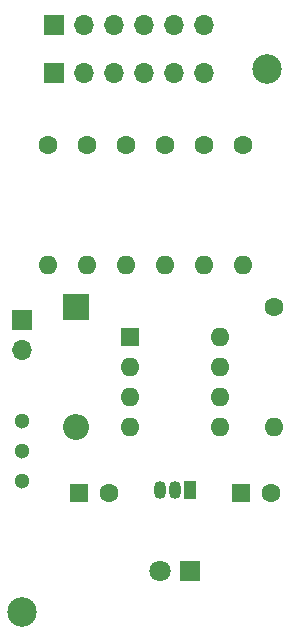
<source format=gbr>
G04 #@! TF.GenerationSoftware,KiCad,Pcbnew,(5.1.7)-1*
G04 #@! TF.CreationDate,2021-11-01T14:45:34-05:00*
G04 #@! TF.ProjectId,ATtiny85Carrier,41547469-6e79-4383-9543-617272696572,rev?*
G04 #@! TF.SameCoordinates,Original*
G04 #@! TF.FileFunction,Soldermask,Bot*
G04 #@! TF.FilePolarity,Negative*
%FSLAX46Y46*%
G04 Gerber Fmt 4.6, Leading zero omitted, Abs format (unit mm)*
G04 Created by KiCad (PCBNEW (5.1.7)-1) date 2021-11-01 14:45:34*
%MOMM*%
%LPD*%
G01*
G04 APERTURE LIST*
%ADD10C,2.500000*%
%ADD11R,1.700000X1.700000*%
%ADD12O,1.700000X1.700000*%
%ADD13R,2.200000X2.200000*%
%ADD14O,2.200000X2.200000*%
%ADD15R,1.800000X1.800000*%
%ADD16C,1.800000*%
%ADD17C,1.600000*%
%ADD18O,1.600000X1.600000*%
%ADD19C,1.300000*%
%ADD20R,1.600000X1.600000*%
%ADD21O,1.050000X1.500000*%
%ADD22R,1.050000X1.500000*%
G04 APERTURE END LIST*
D10*
G04 #@! TO.C,H2*
X137085000Y-106330000D03*
G04 #@! TD*
D11*
G04 #@! TO.C,BT1*
X116332000Y-127635000D03*
D12*
X116332000Y-130175000D03*
G04 #@! TD*
D13*
G04 #@! TO.C,D1*
X120904000Y-126492000D03*
D14*
X120904000Y-136652000D03*
G04 #@! TD*
D15*
G04 #@! TO.C,D2*
X130556000Y-148844000D03*
D16*
X128016000Y-148844000D03*
G04 #@! TD*
D11*
G04 #@! TO.C,J2*
X118999000Y-106680000D03*
D12*
X121539000Y-106680000D03*
X124079000Y-106680000D03*
X126619000Y-106680000D03*
X129159000Y-106680000D03*
X131699000Y-106680000D03*
G04 #@! TD*
G04 #@! TO.C,J3*
X131699000Y-102616000D03*
X129159000Y-102616000D03*
X126619000Y-102616000D03*
X124079000Y-102616000D03*
X121539000Y-102616000D03*
D11*
X118999000Y-102616000D03*
G04 #@! TD*
D17*
G04 #@! TO.C,R1*
X135001000Y-112776000D03*
D18*
X135001000Y-122936000D03*
G04 #@! TD*
D17*
G04 #@! TO.C,R2*
X128397000Y-112776000D03*
D18*
X128397000Y-122936000D03*
G04 #@! TD*
D17*
G04 #@! TO.C,R3*
X121793000Y-112776000D03*
D18*
X121793000Y-122936000D03*
G04 #@! TD*
G04 #@! TO.C,R4*
X131699000Y-122936000D03*
D17*
X131699000Y-112776000D03*
G04 #@! TD*
D18*
G04 #@! TO.C,R5*
X125095000Y-122936000D03*
D17*
X125095000Y-112776000D03*
G04 #@! TD*
D18*
G04 #@! TO.C,R6*
X118491000Y-122936000D03*
D17*
X118491000Y-112776000D03*
G04 #@! TD*
G04 #@! TO.C,R7*
X137668000Y-126492000D03*
D18*
X137668000Y-136652000D03*
G04 #@! TD*
D19*
G04 #@! TO.C,SW1*
X116332000Y-138684000D03*
X116332000Y-136144000D03*
X116332000Y-141224000D03*
G04 #@! TD*
D20*
G04 #@! TO.C,U1*
X125476000Y-129032000D03*
D18*
X133096000Y-136652000D03*
X125476000Y-131572000D03*
X133096000Y-134112000D03*
X125476000Y-134112000D03*
X133096000Y-131572000D03*
X125476000Y-136652000D03*
X133096000Y-129032000D03*
G04 #@! TD*
D21*
G04 #@! TO.C,U2*
X129286000Y-141986000D03*
X128016000Y-141986000D03*
D22*
X130556000Y-141986000D03*
G04 #@! TD*
D20*
G04 #@! TO.C,C1*
X121158000Y-142240000D03*
D17*
X123658000Y-142240000D03*
G04 #@! TD*
G04 #@! TO.C,C2*
X137374000Y-142240000D03*
D20*
X134874000Y-142240000D03*
G04 #@! TD*
D10*
G04 #@! TO.C,H1*
X116280000Y-152325000D03*
G04 #@! TD*
M02*

</source>
